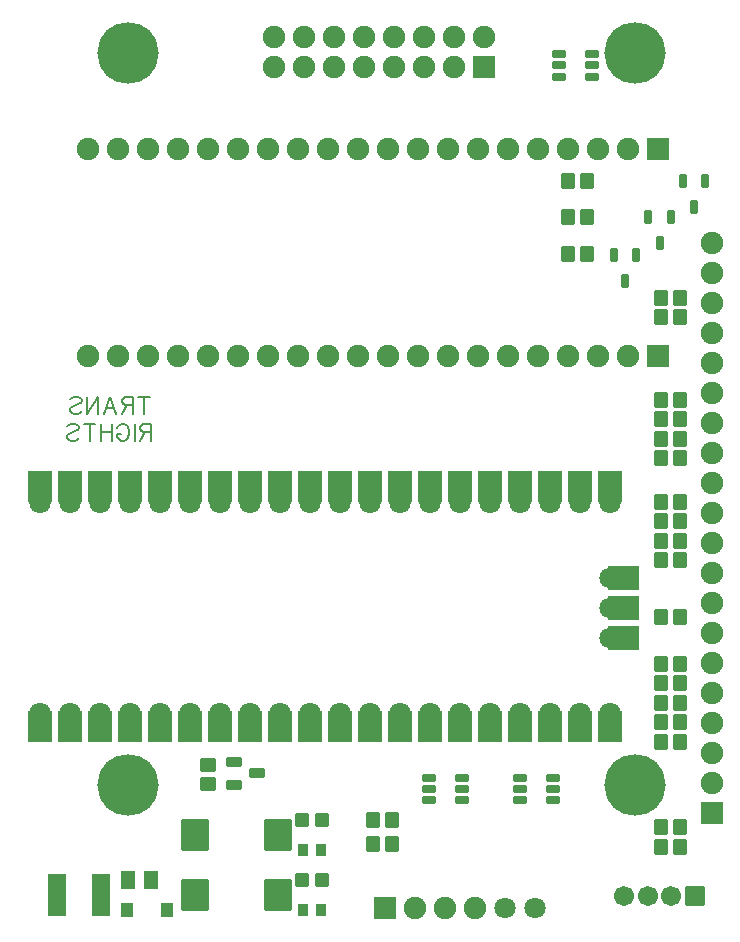
<source format=gbs>
G04 Layer: BottomSolderMaskLayer*
G04 EasyEDA v6.5.29, 2023-07-18 10:21:49*
G04 75acb9ef74904ca4b51824f4bde05f2a,5a6b42c53f6a479593ecc07194224c93,10*
G04 Gerber Generator version 0.2*
G04 Scale: 100 percent, Rotated: No, Reflected: No *
G04 Dimensions in millimeters *
G04 leading zeros omitted , absolute positions ,4 integer and 5 decimal *
%FSLAX45Y45*%
%MOMM*%

%AMMACRO1*1,1,$1,$2,$3*1,1,$1,$4,$5*1,1,$1,0-$2,0-$3*1,1,$1,0-$4,0-$5*20,1,$1,$2,$3,$4,$5,0*20,1,$1,$4,$5,0-$2,0-$3,0*20,1,$1,0-$2,0-$3,0-$4,0-$5,0*20,1,$1,0-$4,0-$5,$2,$3,0*4,1,4,$2,$3,$4,$5,0-$2,0-$3,0-$4,0-$5,$2,$3,0*%
%ADD10C,0.2032*%
%ADD11MACRO1,0.1016X-0.5X-0.275X0.5X-0.275*%
%ADD12MACRO1,0.1016X-0.5663X-0.6885X-0.5663X0.6885*%
%ADD13MACRO1,0.1016X0.5663X-0.6885X0.5663X0.6885*%
%ADD14MACRO1,0.2032X-0.45X0.5X-0.45X-0.5*%
%ADD15MACRO1,0.1016X1.1037X-1.296X1.1037X1.296*%
%ADD16MACRO1,0.1016X-1.1038X-1.296X-1.1038X1.296*%
%ADD17MACRO1,0.1016X-0.7034X1.7496X-0.7034X-1.7496*%
%ADD18MACRO1,0.1016X0.7034X1.7496X0.7034X-1.7496*%
%ADD19MACRO1,0.1016X0.4032X-0.432X0.4032X0.432*%
%ADD20MACRO1,0.1016X-0.4032X-0.432X-0.4032X0.432*%
%ADD21MACRO1,0.1016X0.475X0.575X-0.475X0.575*%
%ADD22MACRO1,0.1016X-0.266X0.5188X0.266X0.5188*%
%ADD23MACRO1,0.2032X-0.5X-0.55X0.5X-0.55*%
%ADD24MACRO1,0.2032X0.5X0.55X-0.5X0.55*%
%ADD25MACRO1,0.1016X0.9X0.9X-0.9X0.9*%
%ADD26C,1.9016*%
%ADD27MACRO1,0.1016X0.9X-0.85X-0.9X-0.85*%
%ADD28MACRO1,0.1016X-0.8X-0.8X0.8X-0.8*%
%ADD29C,1.7016*%
%ADD30MACRO1,0.2032X0.55X-0.5X0.55X0.5*%
%ADD31MACRO1,0.1016X0.625X0.35X-0.625X0.35*%
%ADD32MACRO1,0.1016X0.9X-0.9X-0.9X-0.9*%
%ADD33MACRO1,0.1016X-0.9X-0.9X-0.9X0.9*%
%ADD34C,5.2032*%
%ADD35C,1.8016*%
%ADD36C,0.0125*%

%LPD*%
D10*
X1193797Y5752050D02*
G01*
X1193797Y5608868D01*
X1193797Y5752050D02*
G01*
X1132433Y5752050D01*
X1111978Y5745233D01*
X1105159Y5738413D01*
X1098341Y5724779D01*
X1098341Y5711141D01*
X1105159Y5697504D01*
X1111978Y5690687D01*
X1132433Y5683869D01*
X1193797Y5683869D01*
X1146068Y5683869D02*
G01*
X1098341Y5608868D01*
X1053343Y5752050D02*
G01*
X1053343Y5608868D01*
X906071Y5717959D02*
G01*
X912888Y5731596D01*
X926525Y5745233D01*
X940158Y5752050D01*
X967430Y5752050D01*
X981067Y5745233D01*
X994707Y5731596D01*
X1001521Y5717959D01*
X1008339Y5697504D01*
X1008339Y5663415D01*
X1001521Y5642960D01*
X994707Y5629323D01*
X981067Y5615688D01*
X967430Y5608868D01*
X940158Y5608868D01*
X926525Y5615688D01*
X912888Y5629323D01*
X906071Y5642960D01*
X906071Y5663415D01*
X940158Y5663415D02*
G01*
X906071Y5663415D01*
X861067Y5752050D02*
G01*
X861067Y5608868D01*
X765611Y5752050D02*
G01*
X765611Y5608868D01*
X861067Y5683869D02*
G01*
X765611Y5683869D01*
X672886Y5752050D02*
G01*
X672886Y5608868D01*
X720613Y5752050D02*
G01*
X625157Y5752050D01*
X484703Y5731596D02*
G01*
X498340Y5745233D01*
X518795Y5752050D01*
X546066Y5752050D01*
X566521Y5745233D01*
X580158Y5731596D01*
X580158Y5717959D01*
X573341Y5704324D01*
X566521Y5697504D01*
X552886Y5690687D01*
X511977Y5677049D01*
X498340Y5670232D01*
X491523Y5663415D01*
X484703Y5649777D01*
X484703Y5629323D01*
X498340Y5615688D01*
X518795Y5608868D01*
X546066Y5608868D01*
X566521Y5615688D01*
X580158Y5629323D01*
X1133368Y5980650D02*
G01*
X1133368Y5837468D01*
X1181097Y5980650D02*
G01*
X1085641Y5980650D01*
X1040643Y5980650D02*
G01*
X1040643Y5837468D01*
X1040643Y5980650D02*
G01*
X979279Y5980650D01*
X958824Y5973833D01*
X952007Y5967013D01*
X945187Y5953379D01*
X945187Y5939741D01*
X952007Y5926104D01*
X958824Y5919287D01*
X979279Y5912469D01*
X1040643Y5912469D01*
X992916Y5912469D02*
G01*
X945187Y5837468D01*
X845642Y5980650D02*
G01*
X900188Y5837468D01*
X845642Y5980650D02*
G01*
X791098Y5837468D01*
X879734Y5885195D02*
G01*
X811552Y5885195D01*
X746094Y5980650D02*
G01*
X746094Y5837468D01*
X746094Y5980650D02*
G01*
X650643Y5837468D01*
X650643Y5980650D02*
G01*
X650643Y5837468D01*
X510189Y5960196D02*
G01*
X523821Y5973833D01*
X544276Y5980650D01*
X571548Y5980650D01*
X592002Y5973833D01*
X605640Y5960196D01*
X605640Y5946559D01*
X598822Y5932924D01*
X592002Y5926104D01*
X578370Y5919287D01*
X537461Y5905649D01*
X523821Y5898832D01*
X517006Y5892015D01*
X510189Y5878377D01*
X510189Y5857923D01*
X523821Y5844288D01*
X544276Y5837468D01*
X571548Y5837468D01*
X592002Y5844288D01*
X605640Y5857923D01*
D11*
G01*
X4927892Y8693378D03*
G01*
X4927892Y8788374D03*
G01*
X4927892Y8883370D03*
G01*
X4647882Y8883370D03*
G01*
X4647882Y8788374D03*
G01*
X4647882Y8693378D03*
G01*
X3822997Y2565897D03*
G01*
X3822997Y2660893D03*
G01*
X3822997Y2755889D03*
G01*
X3542990Y2755889D03*
G01*
X3542990Y2660893D03*
G01*
X3542990Y2565897D03*
G01*
X4597895Y2565184D03*
G01*
X4597895Y2660180D03*
G01*
X4597895Y2755176D03*
G01*
X4317885Y2755176D03*
G01*
X4317885Y2660180D03*
G01*
X4317885Y2565184D03*
D12*
G01*
X1188825Y1892293D03*
D13*
G01*
X995572Y1892293D03*
D14*
G01*
X2467690Y1892305D03*
G01*
X2637689Y1892305D03*
D15*
G01*
X1566575Y1765297D03*
D16*
G01*
X2268823Y1765297D03*
D17*
G01*
X769531Y1765297D03*
D18*
G01*
X398866Y1765297D03*
D19*
G01*
X2477371Y1638297D03*
D20*
G01*
X2628022Y1638297D03*
D21*
G01*
X1324938Y1638297D03*
G01*
X986458Y1638297D03*
D16*
G01*
X2268835Y2273315D03*
D15*
G01*
X1566588Y2273315D03*
D14*
G01*
X2467702Y2400322D03*
G01*
X2637702Y2400322D03*
D19*
G01*
X2477383Y2146315D03*
D20*
G01*
X2628035Y2146315D03*
D22*
G01*
X5791187Y7586059D03*
G01*
X5696187Y7806310D03*
G01*
X5886187Y7806310D03*
G01*
X5499089Y7281259D03*
G01*
X5404090Y7501510D03*
G01*
X5594089Y7501510D03*
G01*
X5206989Y6963759D03*
G01*
X5111990Y7184010D03*
G01*
X5301989Y7184010D03*
D23*
G01*
X5667997Y5956287D03*
G01*
X5507997Y5956287D03*
G01*
X5667997Y5791187D03*
G01*
X5507997Y5791187D03*
G01*
X5667997Y5092689D03*
G01*
X5507997Y5092689D03*
G01*
X5667997Y5460989D03*
G01*
X5507997Y5460989D03*
G01*
X5667997Y4927589D03*
G01*
X5507997Y4927589D03*
G01*
X5667997Y4762489D03*
G01*
X5507997Y4762489D03*
G01*
X5667997Y4114792D03*
G01*
X5507997Y4114792D03*
G01*
X5667997Y4597389D03*
G01*
X5507997Y4597389D03*
G01*
X5667997Y3721092D03*
G01*
X5507997Y3721092D03*
G01*
X4880597Y7188184D03*
G01*
X4720597Y7188184D03*
G01*
X4880597Y7505684D03*
G01*
X4720597Y7505684D03*
G01*
X4880597Y7810484D03*
G01*
X4720597Y7810484D03*
G01*
X5667997Y6819887D03*
G01*
X5507997Y6819887D03*
G01*
X5667997Y6654787D03*
G01*
X5507997Y6654787D03*
G01*
X5667997Y5626089D03*
G01*
X5507997Y5626089D03*
D24*
G01*
X5507982Y3060694D03*
G01*
X5667982Y3060694D03*
G01*
X5507982Y3225792D03*
G01*
X5667982Y3225792D03*
G01*
X5507982Y3390892D03*
G01*
X5667982Y3390892D03*
G01*
X5507982Y3555992D03*
G01*
X5667982Y3555992D03*
D23*
G01*
X5667997Y2336794D03*
G01*
X5507997Y2336794D03*
G01*
X5667997Y2171694D03*
G01*
X5507997Y2171694D03*
D25*
G01*
X4013194Y8775682D03*
D26*
G01*
X4013200Y9029674D03*
G01*
X3759200Y8775674D03*
G01*
X3759200Y9029674D03*
G01*
X3505200Y8775674D03*
G01*
X3505200Y9029674D03*
G01*
X3251200Y8775674D03*
G01*
X3251200Y9029674D03*
G01*
X2997200Y8775674D03*
G01*
X2997200Y9029674D03*
G01*
X2743200Y8775674D03*
G01*
X2743200Y9029674D03*
G01*
X2489200Y8775674D03*
G01*
X2489200Y9029674D03*
G01*
X2235200Y8775674D03*
G01*
X2235200Y9029674D03*
D23*
G01*
X3229602Y2400297D03*
G01*
X3069602Y2400297D03*
G01*
X3229602Y2197097D03*
G01*
X3069602Y2197097D03*
D26*
G01*
X3937000Y1651000D03*
D27*
G01*
X3174989Y1650996D03*
D26*
G01*
X3429000Y1651000D03*
G01*
X3683000Y1651000D03*
D28*
G01*
X5799089Y1752597D03*
D29*
G01*
X5599074Y1752600D03*
G01*
X5399074Y1752600D03*
G01*
X5199075Y1752600D03*
D30*
G01*
X1676397Y2861302D03*
G01*
X1676397Y2701302D03*
D31*
G01*
X1893895Y2698998D03*
G01*
X1893895Y2888989D03*
G01*
X2093894Y2793993D03*
D26*
G01*
X660400Y8077200D03*
D32*
G01*
X5486401Y8077202D03*
D26*
G01*
X5232400Y8077200D03*
G01*
X4978400Y8077200D03*
G01*
X4724400Y8077200D03*
G01*
X4470400Y8077200D03*
G01*
X4216400Y8077200D03*
G01*
X3962400Y8077200D03*
G01*
X3708400Y8077200D03*
G01*
X3454400Y8077200D03*
G01*
X3200400Y8077200D03*
G01*
X2946400Y8077200D03*
G01*
X2692400Y8077200D03*
G01*
X2438400Y8077200D03*
G01*
X2184400Y8077200D03*
G01*
X1930400Y8077200D03*
G01*
X1676400Y8077200D03*
G01*
X1422400Y8077200D03*
G01*
X1168400Y8077200D03*
G01*
X914400Y8077200D03*
G01*
X660400Y6324600D03*
D32*
G01*
X5486402Y6324605D03*
D26*
G01*
X5232400Y6324600D03*
G01*
X4978400Y6324600D03*
G01*
X4724400Y6324600D03*
G01*
X4470400Y6324600D03*
G01*
X4216400Y6324600D03*
G01*
X3962400Y6324600D03*
G01*
X3708400Y6324600D03*
G01*
X3454400Y6324600D03*
G01*
X3200400Y6324600D03*
G01*
X2946400Y6324600D03*
G01*
X2692400Y6324600D03*
G01*
X2438400Y6324600D03*
G01*
X2184400Y6324600D03*
G01*
X1930400Y6324600D03*
G01*
X1676400Y6324600D03*
G01*
X1422400Y6324600D03*
G01*
X1168400Y6324600D03*
G01*
X914400Y6324600D03*
G01*
X5939993Y7284186D03*
D33*
G01*
X5939984Y2458184D03*
D26*
G01*
X5939993Y2712186D03*
G01*
X5939993Y2966186D03*
G01*
X5939993Y3220186D03*
G01*
X5939993Y3474186D03*
G01*
X5939993Y3728186D03*
G01*
X5939993Y3982186D03*
G01*
X5939993Y4236186D03*
G01*
X5939993Y4490186D03*
G01*
X5939993Y4744186D03*
G01*
X5939993Y4998186D03*
G01*
X5939993Y5252186D03*
G01*
X5939993Y5506186D03*
G01*
X5939993Y5760186D03*
G01*
X5939993Y6014186D03*
G01*
X5939993Y6268186D03*
G01*
X5939993Y6522186D03*
G01*
X5939993Y6776186D03*
G01*
X5939993Y7030186D03*
D34*
G01*
X999693Y2699486D03*
G01*
X999693Y8890000D03*
G01*
X5294299Y8890000D03*
G01*
X5294299Y2699486D03*
D35*
G01*
X5079974Y4445000D03*
G01*
X5079974Y3937000D03*
G01*
X5079974Y4191000D03*
G01*
X5079974Y5080000D03*
G01*
X4825974Y5080000D03*
G01*
X4571974Y5080000D03*
G01*
X4317974Y5080000D03*
G01*
X4063974Y5080000D03*
G01*
X3809974Y5080000D03*
G01*
X3555974Y5080000D03*
G01*
X3301974Y5080000D03*
G01*
X3047974Y5080000D03*
G01*
X2793974Y5080000D03*
G01*
X2539974Y5080000D03*
G01*
X2285974Y5080000D03*
G01*
X2031974Y5080000D03*
G01*
X1778000Y5080000D03*
G01*
X1524000Y5080000D03*
G01*
X1270000Y5080000D03*
G01*
X1016000Y5080000D03*
G01*
X762000Y5080000D03*
G01*
X508000Y5080000D03*
G01*
X5079974Y3302000D03*
G01*
X4825974Y3302000D03*
G01*
X4571974Y3302000D03*
G01*
X4317974Y3302000D03*
G01*
X4063974Y3302000D03*
G01*
X3809974Y3302000D03*
G01*
X3555974Y3302000D03*
G01*
X3301974Y3302000D03*
G01*
X3047974Y3302000D03*
G01*
X2793974Y3302000D03*
G01*
X2539974Y3302000D03*
G01*
X2285974Y3302000D03*
G01*
X2031974Y3302000D03*
G01*
X1778000Y3302000D03*
G01*
X1524000Y3302000D03*
G01*
X1270000Y3302000D03*
G01*
X1016000Y3302000D03*
G01*
X762000Y3302000D03*
G01*
X508000Y3302000D03*
G01*
X254000Y5080000D03*
G01*
X254000Y3302000D03*
G01*
X4445000Y1651000D03*
G01*
X4191000Y1651000D03*
G36*
X5062194Y4038066D02*
G01*
X5326354Y4038066D01*
X5326354Y3837406D01*
X5062194Y3837406D01*
G37*
G36*
X5062194Y4292066D02*
G01*
X5326354Y4292066D01*
X5326354Y4091406D01*
X5062194Y4091406D01*
G37*
G36*
X5062194Y4546066D02*
G01*
X5326354Y4546066D01*
X5326354Y4345406D01*
X5062194Y4345406D01*
G37*
G36*
X153644Y3319779D02*
G01*
X354304Y3319779D01*
X354304Y3055619D01*
X153644Y3055619D01*
G37*
G36*
X407644Y3319779D02*
G01*
X608304Y3319779D01*
X608304Y3055619D01*
X407644Y3055619D01*
G37*
G36*
X661644Y3319779D02*
G01*
X862304Y3319779D01*
X862304Y3055619D01*
X661644Y3055619D01*
G37*
G36*
X915644Y3319779D02*
G01*
X1116304Y3319779D01*
X1116304Y3055619D01*
X915644Y3055619D01*
G37*
G36*
X1169644Y3319779D02*
G01*
X1370304Y3319779D01*
X1370304Y3055619D01*
X1169644Y3055619D01*
G37*
G36*
X1423644Y3319779D02*
G01*
X1624304Y3319779D01*
X1624304Y3055619D01*
X1423644Y3055619D01*
G37*
G36*
X1677644Y3319779D02*
G01*
X1878304Y3319779D01*
X1878304Y3055619D01*
X1677644Y3055619D01*
G37*
G36*
X1931644Y3319779D02*
G01*
X2132304Y3319779D01*
X2132304Y3055619D01*
X1931644Y3055619D01*
G37*
G36*
X2185644Y3319779D02*
G01*
X2386304Y3319779D01*
X2386304Y3055619D01*
X2185644Y3055619D01*
G37*
G36*
X2439644Y3319779D02*
G01*
X2640304Y3319779D01*
X2640304Y3055619D01*
X2439644Y3055619D01*
G37*
G36*
X2693644Y3319779D02*
G01*
X2894304Y3319779D01*
X2894304Y3055619D01*
X2693644Y3055619D01*
G37*
G36*
X2947644Y3319779D02*
G01*
X3148304Y3319779D01*
X3148304Y3055619D01*
X2947644Y3055619D01*
G37*
G36*
X3201644Y3319779D02*
G01*
X3402304Y3319779D01*
X3402304Y3055619D01*
X3201644Y3055619D01*
G37*
G36*
X3455644Y3319779D02*
G01*
X3656304Y3319779D01*
X3656304Y3055619D01*
X3455644Y3055619D01*
G37*
G36*
X3709644Y3319779D02*
G01*
X3910304Y3319779D01*
X3910304Y3055619D01*
X3709644Y3055619D01*
G37*
G36*
X3963644Y3319779D02*
G01*
X4164304Y3319779D01*
X4164304Y3055619D01*
X3963644Y3055619D01*
G37*
G36*
X4217644Y3319779D02*
G01*
X4418304Y3319779D01*
X4418304Y3055619D01*
X4217644Y3055619D01*
G37*
G36*
X4471644Y3319779D02*
G01*
X4672304Y3319779D01*
X4672304Y3055619D01*
X4471644Y3055619D01*
G37*
G36*
X4725644Y3319779D02*
G01*
X4926304Y3319779D01*
X4926304Y3055619D01*
X4725644Y3055619D01*
G37*
G36*
X4979644Y3319779D02*
G01*
X5180304Y3319779D01*
X5180304Y3055619D01*
X4979644Y3055619D01*
G37*
G36*
X4979644Y5351779D02*
G01*
X5180304Y5351779D01*
X5180304Y5087619D01*
X4979644Y5087619D01*
G37*
G36*
X4725644Y5351779D02*
G01*
X4926304Y5351779D01*
X4926304Y5087619D01*
X4725644Y5087619D01*
G37*
G36*
X4471644Y5351779D02*
G01*
X4672304Y5351779D01*
X4672304Y5087619D01*
X4471644Y5087619D01*
G37*
G36*
X4217644Y5351779D02*
G01*
X4418304Y5351779D01*
X4418304Y5087619D01*
X4217644Y5087619D01*
G37*
G36*
X3963644Y5351779D02*
G01*
X4164304Y5351779D01*
X4164304Y5087619D01*
X3963644Y5087619D01*
G37*
G36*
X3709644Y5351779D02*
G01*
X3910304Y5351779D01*
X3910304Y5087619D01*
X3709644Y5087619D01*
G37*
G36*
X3455644Y5351779D02*
G01*
X3656304Y5351779D01*
X3656304Y5087619D01*
X3455644Y5087619D01*
G37*
G36*
X3201644Y5351779D02*
G01*
X3402304Y5351779D01*
X3402304Y5087619D01*
X3201644Y5087619D01*
G37*
G36*
X2947644Y5351779D02*
G01*
X3148304Y5351779D01*
X3148304Y5087619D01*
X2947644Y5087619D01*
G37*
G36*
X2693644Y5351779D02*
G01*
X2894304Y5351779D01*
X2894304Y5087619D01*
X2693644Y5087619D01*
G37*
G36*
X2439644Y5351779D02*
G01*
X2640304Y5351779D01*
X2640304Y5087619D01*
X2439644Y5087619D01*
G37*
G36*
X2185644Y5351779D02*
G01*
X2386304Y5351779D01*
X2386304Y5087619D01*
X2185644Y5087619D01*
G37*
G36*
X1931644Y5351779D02*
G01*
X2132304Y5351779D01*
X2132304Y5087619D01*
X1931644Y5087619D01*
G37*
G36*
X1677644Y5351779D02*
G01*
X1878304Y5351779D01*
X1878304Y5087619D01*
X1677644Y5087619D01*
G37*
G36*
X1423644Y5351779D02*
G01*
X1624304Y5351779D01*
X1624304Y5087619D01*
X1423644Y5087619D01*
G37*
G36*
X1169644Y5351779D02*
G01*
X1370304Y5351779D01*
X1370304Y5087619D01*
X1169644Y5087619D01*
G37*
G36*
X915644Y5351779D02*
G01*
X1116304Y5351779D01*
X1116304Y5087619D01*
X915644Y5087619D01*
G37*
G36*
X661644Y5351779D02*
G01*
X862304Y5351779D01*
X862304Y5087619D01*
X661644Y5087619D01*
G37*
G36*
X407644Y5351779D02*
G01*
X608304Y5351779D01*
X608304Y5087619D01*
X407644Y5087619D01*
G37*
G36*
X153644Y5351779D02*
G01*
X354304Y5351779D01*
X354304Y5087619D01*
X153644Y5087619D01*
G37*
M02*

</source>
